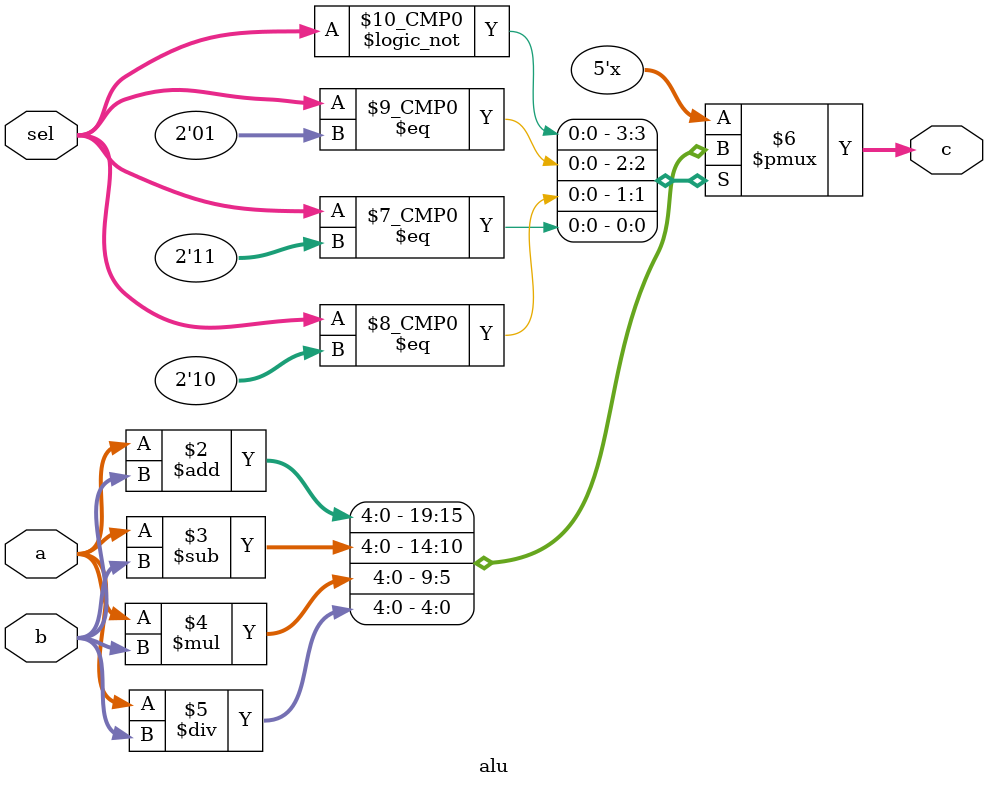
<source format=v>
module alu(
input[4:0]a,b,
input[1:0]sel,
output reg [4:0]c
);

always @(*) begin
case(sel)
   2'b00: c=a+b;
   2'b01: c=a-b;
   2'b10: c=a*b;
   2'b11: c=a/b;
   default: c=5'b00000;
endcase
end
endmodule
</source>
